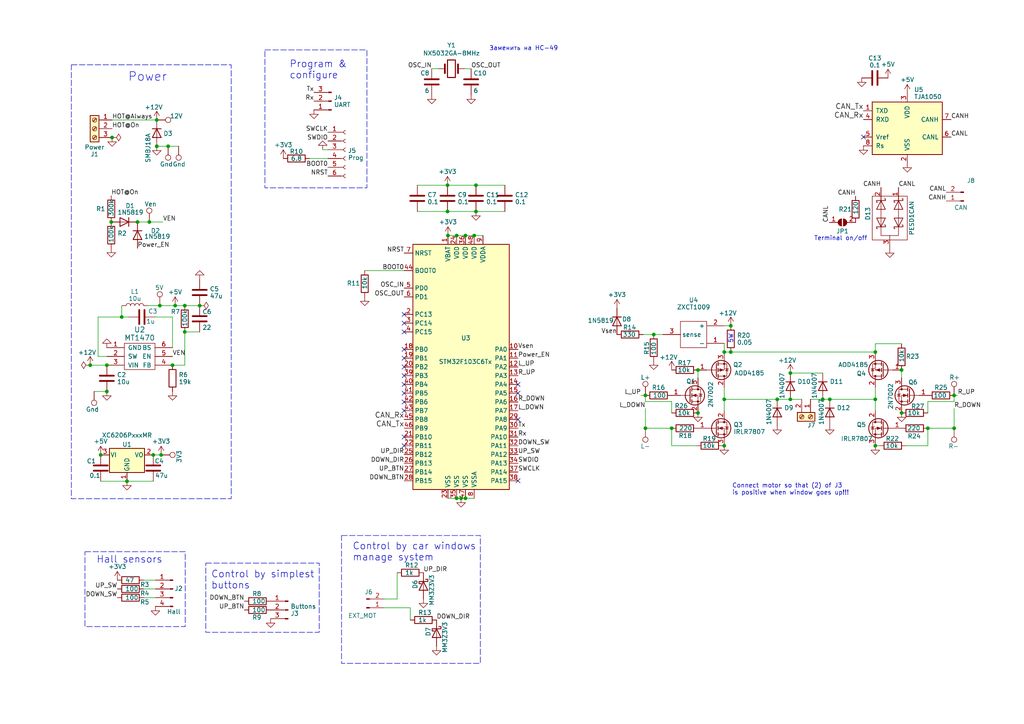
<source format=kicad_sch>
(kicad_sch (version 20240101) (generator "eeschema") (generator_version "8.99")
  (paper "A4")
  (junction (at 46.736 131.953))
  (junction (at 135.001 68.326))
  (junction (at 253.873 102.108))
  (junction (at 53.594 88.646))
  (junction (at 30.988 105.918))
  (junction (at 261.493 119.761))
  (junction (at 229.235 115.824))
  (junction (at 211.963 94.488))
  (junction (at 276.733 114.681))
  (junction (at 50.8071 88.646))
  (junction (at 39.878 64.389))
  (junction (at 43.307 64.389))
  (junction (at 132.461 144.526))
  (junction (at 30.988 113.538))
  (junction (at 46.355 88.646))
  (junction (at 129.794 53.721))
  (junction (at 187.198 114.681))
  (junction (at 238.633 115.824))
  (junction (at 202.438 119.761))
  (junction (at 253.873 115.824))
  (junction (at 135.001 144.526))
  (junction (at 240.665 115.824))
  (junction (at 45.466 34.798))
  (junction (at 50.038 105.918))
  (junction (at 45.466 42.418))
  (junction (at 26.162 105.918))
  (junction (at 202.438 107.315))
  (junction (at 36.83 139.573))
  (junction (at 229.235 108.204))
  (junction (at 129.794 61.341))
  (junction (at 132.461 68.326))
  (junction (at 210.058 115.824))
  (junction (at 32.258 64.389))
  (junction (at 44.45 131.953))
  (junction (at 137.541 68.326))
  (junction (at 35.306 91.948))
  (junction (at 269.113 124.206))
  (junction (at 194.818 124.206))
  (junction (at 276.733 124.206))
  (junction (at 253.873 129.286))
  (junction (at 138.049 53.721))
  (junction (at 29.21 131.953))
  (junction (at 225.425 115.824))
  (junction (at 129.921 68.326))
  (junction (at 261.493 107.315))
  (junction (at 48.768 42.418))
  (junction (at 189.611 97.028))
  (junction (at 187.198 124.206))
  (junction (at 211.963 102.108))
  (junction (at 53.594 96.266))
  (junction (at 210.058 102.108))
  (junction (at 57.912 88.646))
  (junction (at 138.049 61.341))
  (junction (at 210.058 129.286))
  (junction (at 32.512 39.878))
  (junction (at 133.731 144.526))
  (no_connect (at 250.444 39.751))
  (no_connect (at 117.221 103.886))
  (no_connect (at 117.221 96.266))
  (no_connect (at 117.221 108.966))
  (no_connect (at 150.241 114.046))
  (no_connect (at 117.221 119.126))
  (no_connect (at 150.241 121.666))
  (no_connect (at 117.221 111.506))
  (no_connect (at 117.221 126.746))
  (no_connect (at 117.221 93.726))
  (no_connect (at 117.221 101.346))
  (no_connect (at 117.221 129.286))
  (no_connect (at 150.241 139.446))
  (no_connect (at 117.221 106.426))
  (no_connect (at 150.241 111.506))
  (no_connect (at 117.221 91.186))
  (no_connect (at 117.221 116.586))
  (no_connect (at 117.221 114.046))
  (wire (pts (xy 50.038 91.948) (xy 50.038 100.838)))
  (wire (pts (xy 276.733 114.681) (xy 276.733 116.459)))
  (wire (pts (xy 187.198 114.681) (xy 187.198 116.459)))
  (wire (pts (xy 50.038 105.918) (xy 53.594 105.918)))
  (wire (pts (xy 45.466 42.418) (xy 48.768 42.418)))
  (wire (pts (xy 262.763 129.286) (xy 269.113 129.286)))
  (wire (pts (xy 135.001 68.326) (xy 137.541 68.326)))
  (wire (pts (xy 210.058 115.824) (xy 210.058 119.126)))
  (wire (pts (xy 46.736 131.953) (xy 44.45 131.953)))
  (wire (pts (xy 269.113 124.206) (xy 276.733 124.206)))
  (wire (pts (xy 133.731 144.526) (xy 135.001 144.526)))
  (wire (pts (xy 253.873 99.695) (xy 253.873 102.108)))
  (wire (pts (xy 129.921 144.526) (xy 132.461 144.526)))
  (wire (pts (xy 47.244 64.389) (xy 43.307 64.389)))
  (wire (pts (xy 210.058 99.568) (xy 210.058 102.108)))
  (wire (pts (xy 210.058 102.108) (xy 211.963 102.108)))
  (wire (pts (xy 53.594 105.918) (xy 53.594 96.266)))
  (wire (pts (xy 137.541 68.326) (xy 140.081 68.326)))
  (wire (pts (xy 129.921 68.326) (xy 132.461 68.326)))
  (wire (pts (xy 211.963 102.108) (xy 253.873 102.108)))
  (wire (pts (xy 132.461 68.326) (xy 135.001 68.326)))
  (wire (pts (xy 26.162 105.918) (xy 30.988 105.918)))
  (wire (pts (xy 185.928 114.681) (xy 187.198 114.681)))
  (wire (pts (xy 138.049 53.721) (xy 146.431 53.721)))
  (wire (pts (xy 121.031 61.341) (xy 129.794 61.341)))
  (wire (pts (xy 194.818 124.206) (xy 187.198 124.206)))
  (wire (pts (xy 129.794 61.341) (xy 138.049 61.341)))
  (wire (pts (xy 48.768 42.418) (xy 51.816 42.418)))
  (wire (pts (xy 225.425 115.824) (xy 229.235 115.824)))
  (wire (pts (xy 45.085 168.275) (xy 41.656 168.275)))
  (wire (pts (xy 240.665 115.824) (xy 253.873 115.824)))
  (wire (pts (xy 35.306 88.646) (xy 35.306 91.948)))
  (wire (pts (xy 136.652 19.939) (xy 134.747 19.939)))
  (wire (pts (xy 41.656 173.355) (xy 45.085 173.355)))
  (wire (pts (xy 202.057 129.286) (xy 194.818 129.286)))
  (wire (pts (xy 253.873 112.395) (xy 253.873 115.824)))
  (wire (pts (xy 229.235 108.204) (xy 238.633 108.204)))
  (wire (pts (xy 186.563 97.028) (xy 189.611 97.028)))
  (wire (pts (xy 105.791 78.486) (xy 117.221 78.486)))
  (wire (pts (xy 210.058 112.395) (xy 210.058 115.824)))
  (wire (pts (xy 43.307 64.389) (xy 39.878 64.389)))
  (wire (pts (xy 44.958 91.948) (xy 50.038 91.948)))
  (wire (pts (xy 229.235 115.824) (xy 232.537 115.824)))
  (wire (pts (xy 41.656 170.815) (xy 45.085 170.815)))
  (wire (pts (xy 89.789 45.974) (xy 95.123 45.974)))
  (wire (pts (xy 261.493 109.601) (xy 261.493 107.315)))
  (wire (pts (xy 37.338 91.948) (xy 35.306 91.948)))
  (wire (pts (xy 209.677 129.286) (xy 210.058 129.286)))
  (wire (pts (xy 276.733 114.681) (xy 277.749 114.681)))
  (wire (pts (xy 32.512 34.798) (xy 45.466 34.798)))
  (wire (pts (xy 202.438 109.601) (xy 202.438 107.315)))
  (wire (pts (xy 210.058 94.488) (xy 211.963 94.488)))
  (wire (pts (xy 121.031 53.721) (xy 129.794 53.721)))
  (wire (pts (xy 194.818 116.459) (xy 194.818 119.761)))
  (wire (pts (xy 138.049 61.341) (xy 146.431 61.341)))
  (wire (pts (xy 28.448 103.378) (xy 30.988 103.378)))
  (wire (pts (xy 42.926 88.646) (xy 46.355 88.646)))
  (wire (pts (xy 111.379 176.276) (xy 118.999 176.276)))
  (wire (pts (xy 129.794 53.721) (xy 138.049 53.721)))
  (wire (pts (xy 255.143 129.286) (xy 253.873 129.286)))
  (wire (pts (xy 50.8071 88.646) (xy 53.594 88.646)))
  (wire (pts (xy 118.999 176.276) (xy 118.999 179.832)))
  (wire (pts (xy 235.077 115.824) (xy 238.633 115.824)))
  (wire (pts (xy 29.21 139.573) (xy 36.83 139.573)))
  (wire (pts (xy 276.733 116.459) (xy 269.113 116.459)))
  (wire (pts (xy 269.113 129.286) (xy 269.113 124.206)))
  (wire (pts (xy 253.873 102.108) (xy 253.873 102.235)))
  (wire (pts (xy 187.198 118.491) (xy 187.198 124.206)))
  (wire (pts (xy 210.058 102.108) (xy 210.058 102.235)))
  (wire (pts (xy 53.594 96.266) (xy 57.912 96.266)))
  (wire (pts (xy 28.448 91.948) (xy 28.448 103.378)))
  (wire (pts (xy 269.113 116.459) (xy 269.113 119.761)))
  (wire (pts (xy 53.594 88.646) (xy 57.912 88.646)))
  (wire (pts (xy 135.001 144.526) (xy 137.541 144.526)))
  (wire (pts (xy 115.189 166.116) (xy 115.189 173.736)))
  (wire (pts (xy 46.355 88.646) (xy 50.8071 88.646)))
  (wire (pts (xy 261.493 99.695) (xy 253.873 99.695)))
  (wire (pts (xy 194.818 129.286) (xy 194.818 124.206)))
  (wire (pts (xy 93.599 43.434) (xy 95.123 43.434)))
  (wire (pts (xy 253.873 115.824) (xy 253.873 119.126)))
  (wire (pts (xy 238.633 115.824) (xy 240.665 115.824)))
  (wire (pts (xy 210.058 115.824) (xy 225.425 115.824)))
  (wire (pts (xy 36.83 139.573) (xy 44.45 139.573)))
  (wire (pts (xy 132.461 144.526) (xy 133.731 144.526)))
  (wire (pts (xy 35.306 91.948) (xy 28.448 91.948)))
  (wire (pts (xy 125.222 19.939) (xy 127.127 19.939)))
  (wire (pts (xy 187.198 116.459) (xy 194.818 116.459)))
  (wire (pts (xy 27.305 113.538) (xy 30.988 113.538)))
  (wire (pts (xy 115.189 173.736) (xy 111.379 173.736)))
  (wire (pts (xy 276.733 118.491) (xy 276.733 124.206)))
  (wire (pts (xy 189.611 97.028) (xy 192.278 97.028)))
  (rectangle (start 20.701 18.796) (end 67.056 144.653) (stroke (width 0) (type dash)))
  (rectangle (start 76.835 14.478) (end 106.426 54.483) (stroke (width 0) (type dash)))
  (rectangle (start 99.06 155.321) (end 139.319 192.405) (stroke (width 0) (type dash)))
  (rectangle (start 59.69 163.322) (end 92.583 183.388) (stroke (width 0) (type dash)))
  (rectangle (start 24.638 160.02) (end 53.721 181.737) (stroke (width 0) (type dash)))
  (text "Control by car windows\nmanage system" (at 102.235 162.941 0) (effects (font (size 2 2)) (justify left bottom)))
  (text "Hall sensors" (at 27.94 163.576 0) (effects (font (size 2.0066 2.0066)) (justify left bottom)))
  (text "Connect motor so that (2) of J3\nis positive when window goes up!!!" (at 212.344 143.764 0) (effects (font (size 1.27 1.27)) (justify left bottom)))
  (text "Control by simplest\nbuttons" (at 61.214 171.069 0) (effects (font (size 2 2)) (justify left bottom)))
  (text "Terminal on/off" (at 236.093 69.977 0) (effects (font (size 1.27 1.27)) (justify left bottom)))
  (text "Program &\nconfigure" (at 83.947 23.114 0) (effects (font (size 2 2)) (justify left bottom)))
  (text "Power" (at 37.084 23.876 0) (effects (font (size 2.54 2.54)) (justify left bottom)))
  (text "Заменить на HC-49" (at 141.859 14.859 0) (effects (font (size 1.27 1.27)) (justify left bottom)))
  (text "5W" (at 212.725 99.695 90) (effects (font (size 1.27 1.27)) (justify left bottom)))
  (label "OSC_OUT" (at 117.221 86.106 180))
  (label "OSC_IN" (at 125.222 19.939 180))
  (label "HOT@On" (at 32.512 37.338 0))
  (label "DOWN_DIR" (at 126.619 179.832 0))
  (label "DOWN_SW" (at 34.036 173.355 180))
  (label "SWCLK" (at 95.123 38.354 180))
  (label "UP_SW" (at 150.241 131.826 0))
  (label "BOOT0" (at 117.221 78.486 180))
  (label "CAN_Rx" (at 250.444 34.671 180) (effects (font (size 1.524 1.524))))
  (label "SWDIO" (at 95.123 40.894 180))
  (label "UP_DIR" (at 122.809 166.116 0))
  (label "OSC_OUT" (at 136.652 19.939 0))
  (label "Power_EN" (at 150.241 103.886 0))
  (label "NRST" (at 117.221 73.406 180))
  (label "CAN_Tx" (at 250.444 32.131 180) (effects (font (size 1.524 1.524))))
  (label "UP_DIR" (at 117.221 131.826 180))
  (label "Power_EN" (at 39.878 72.009 0))
  (label "HOT@Always" (at 32.512 34.798 0))
  (label "L_DOWN" (at 187.198 118.491 180))
  (label "CAN_Rx" (at 117.221 121.666 180) (effects (font (size 1.524 1.524))))
  (label "L_UP" (at 150.241 106.426 0))
  (label "Vsen" (at 150.241 101.346 0))
  (label "Tx" (at 91.059 26.797 180))
  (label "DOWN_BTN" (at 117.221 139.446 180))
  (label "R_UP" (at 277.749 114.681 0))
  (label "DOWN_DIR" (at 117.221 134.366 180))
  (label "R_DOWN" (at 150.241 116.586 0))
  (label "VEN" (at 50.038 103.378 0))
  (label "DOWN_BTN" (at 70.866 174.371 180))
  (label "UP_SW" (at 34.036 170.815 180))
  (label "NRST" (at 95.123 51.054 180))
  (label "BOOT0" (at 95.123 48.514 180))
  (label "HOT@On" (at 32.258 56.769 0))
  (label "CANH" (at 274.447 58.293 180))
  (label "R_DOWN" (at 276.733 118.491 0))
  (label "DOWN_SW" (at 150.241 129.286 0))
  (label "CAN_Tx" (at 117.221 124.206 180) (effects (font (size 1.524 1.524))))
  (label "CANL" (at 274.447 55.753 180))
  (label "Rx" (at 91.059 29.337 180))
  (label "VEN" (at 47.244 64.389 0))
  (label "UP_BTN" (at 70.866 176.911 180))
  (label "L_UP" (at 185.928 114.681 180))
  (label "CANL" (at 260.604 54.356 0))
  (label "CANH" (at 248.158 56.896 180))
  (label "Rx" (at 150.241 126.746 0))
  (label "SWDIO" (at 150.241 134.366 0))
  (label "R_UP" (at 150.241 108.966 0))
  (label "Vsen" (at 178.943 97.028 180))
  (label "CANL" (at 240.538 64.516 90))
  (label "OSC_IN" (at 117.221 83.566 180))
  (label "CANH" (at 255.524 54.356 180))
  (label "Tx" (at 150.241 124.206 0))
  (label "CANH" (at 275.844 34.671 0))
  (label "L_DOWN" (at 150.241 119.126 0))
  (label "CANL" (at 275.844 39.751 0))
  (label "SWCLK" (at 150.241 136.906 0))
  (label "UP_BTN" (at 117.221 136.906 180))
  (symbol (lib_name "GND_3") (lib_id "power:GND") (at 261.493 119.761 0) (mirror y) (unit 1)
    (property "Reference" "#PWR044" (effects (hide yes)))
    (property "Value" "GND" (effects (hide yes)))
  )
  (symbol (lib_id "power:PWR_FLAG") (at 26.162 105.918 90) (unit 1)
    (property "Reference" "#FLG01" (effects (hide yes)))
    (property "Value" "PWR_FLAG" (effects (hide yes)))
  )
  (symbol (lib_name "GND_3") (lib_id "power:GND") (at 32.512 39.878 0) (unit 1)
    (property "Reference" "#PWR06" (effects (hide yes)))
    (property "Value" "GND" (effects (hide yes)))
  )
  (symbol (lib_name "GND_3") (lib_id "power:GND") (at 45.085 175.895 0) (unit 1)
    (property "Reference" "#PWR09" (effects (hide yes)))
    (property "Value" "GND" (effects (hide yes)))
  )
  (symbol (lib_id "Device:C") (at 57.912 92.456 0) (unit 1)
    (property "Reference" "C6" (at 58.674 90.424 0) (effects (justify left)))
    (property "Value" "22" (at 58.674 94.996 0) (effects (justify left)))
    (property "Footprint" "Capacitor_SMD:C_0805_2012Metric_Pad1.18x1.45mm_HandSolder" (effects (hide yes)))
  )
  (symbol (lib_name "GND_3") (lib_id "power:GND") (at 125.222 27.559 0) (unit 1)
    (property "Reference" "#PWR022" (effects (hide yes)))
    (property "Value" "GND" (effects (hide yes)))
  )
  (symbol (lib_id "Device:R") (at 74.676 174.371 270) (unit 1)
    (property "Reference" "R8" (at 73.152 172.212 90) (effects (justify left)))
    (property "Value" "100" (at 73.152 174.371 90) (effects (justify left)))
    (property "Footprint" "Resistor_SMD:R_0603_1608Metric_Pad0.98x0.95mm_HandSolder" (effects (hide yes)))
  )
  (symbol (lib_id "Device:R") (at 211.963 98.298 0) (unit 1)
    (property "Reference" "R20" (at 213.741 97.274 0) (effects (justify left)))
    (property "Value" "0.05" (at 213.741 99.322 0) (effects (justify left)))
    (property "Footprint" "Resistor_THT:R_Box_L14.0mm_W5.0mm_P9.00mm" (effects (hide yes)))
  )
  (symbol (lib_name "GND_3") (lib_id "power:GND") (at 126.619 187.452 0) (unit 1)
    (property "Reference" "#PWR023" (effects (hide yes)))
    (property "Value" "GND" (effects (hide yes)))
  )
  (symbol (lib_id "Device:R") (at 248.158 60.706 0) (unit 1)
    (property "Reference" "R21" (at 243.205 60.706 0) (effects (justify left)))
    (property "Value" "120" (at 248.158 62.23 90) (effects (justify left)))
    (property "Footprint" "Resistor_SMD:R_1210_3225Metric_Pad1.30x2.65mm_HandSolder" (effects (hide yes)))
  )
  (symbol (lib_id "Connector:TestPoint") (at 51.816 42.418 180) (unit 1)
    (property "Reference" "TP7" (effects (hide yes)))
    (property "Value" "Gnd" (at 53.848 47.625 0) (effects (justify left)))
    (property "Footprint" "TestPoint:TestPoint_Loop_D1.80mm_Drill1.0mm_Beaded" (effects (hide yes)))
  )
  (symbol (lib_name "GND_3") (lib_id "power:GND") (at 202.438 119.761 0) (unit 1)
    (property "Reference" "#PWR032" (effects (hide yes)))
    (property "Value" "GND" (effects (hide yes)))
  )
  (symbol (lib_id "Device:D") (at 36.068 64.389 180) (unit 1)
    (property "Reference" "D1" (at 37.719 59.69 0))
    (property "Value" "1N5819" (at 37.846 61.595 0))
    (property "Footprint" "Diode_SMD:D_SOD-323_HandSoldering" (effects (hide yes)))
    (property "Sim.Device" "D" (effects (hide yes)))
    (property "Sim.Pins" "1=K 2=A" (effects (hide yes)))
  )
  (symbol (lib_name "GND_3") (lib_id "power:GND") (at 189.611 104.648 0) (unit 1)
    (property "Reference" "#PWR030" (effects (hide yes)))
    (property "Value" "GND" (effects (hide yes)))
  )
  (symbol (lib_id "Device:R") (at 32.258 68.199 180) (unit 1)
    (property "Reference" "R2" (at 35.433 67.691 0))
    (property "Value" "100k" (at 32.258 67.945 90))
    (property "Footprint" "Resistor_SMD:R_0603_1608Metric_Pad0.98x0.95mm_HandSolder" (effects (hide yes)))
  )
  (symbol (lib_id "power:+5V") (at 263.144 27.051 0) (unit 1)
    (property "Reference" "#PWR014" (effects (hide yes)))
    (property "Value" "+5V" (at 263.144 23.106 0))
  )
  (symbol (lib_id "Jumper:SolderJumper_2_Open") (at 244.348 64.516 0) (unit 1)
    (property "Reference" "JP1" (at 244.348 67.056 0))
    (property "Value" "Term" (effects (hide yes)))
    (property "Footprint" "Jumper:SolderJumper-2_P1.3mm_Open_TrianglePad1.0x1.5mm" (effects (hide yes)))
  )
  (symbol (lib_id "Connector:Conn_01x03_Pin") (at 96.139 29.337 180) (unit 1)
    (property "Reference" "J4" (at 96.8502 28.313 0) (effects (justify right)))
    (property "Value" "UART" (at 96.8502 30.361 0) (effects (justify right)))
    (property "Footprint" "Connector_PinSocket_2.54mm:PinSocket_1x03_P2.54mm_Vertical" (effects (hide yes)))
  )
  (symbol (lib_id "Device:C") (at 41.148 91.948 90) (unit 1)
    (property "Reference" "C3" (at 44.323 90.297 90))
    (property "Value" "1u" (at 43.688 93.218 90))
    (property "Footprint" "Capacitor_SMD:C_1206_3216Metric_Pad1.33x1.80mm_HandSolder" (effects (hide yes)))
  )
  (symbol (lib_id "Connector:TestPoint") (at 46.736 131.953 270) (unit 1)
    (property "Reference" "TP5" (effects (hide yes)))
    (property "Value" "3V3" (at 51.943 130.556 0) (effects (justify left)))
    (property "Footprint" "TestPoint:TestPoint_Loop_D1.80mm_Drill1.0mm_Beaded" (effects (hide yes)))
  )
  (symbol (lib_id "Connector:Conn_01x04_Pin") (at 50.165 170.815 0) (mirror y) (unit 1)
    (property "Reference" "J2" (at 51.816 170.688 0))
    (property "Value" "Hall" (at 50.419 177.419 0))
    (property "Footprint" "Connector_JST:JST_PH_B4B-PH-K_1x04_P2.00mm_Vertical" (effects (hide yes)))
  )
  (symbol (lib_id "Device:D") (at 225.425 119.634 270) (unit 1)
    (property "Reference" "D9" (at 227.457 118.2925 90) (effects (justify left)))
    (property "Value" "1N4007" (at 223.012 115.697 0) (effects (justify left)))
    (property "Footprint" "Diode_SMD:D_SMA_Handsoldering" (effects (hide yes)))
    (property "Sim.Device" "D" (effects (hide yes)))
    (property "Sim.Pins" "1=K 2=A" (effects (hide yes)))
  )
  (symbol (lib_name "GND_3") (lib_id "power:GND") (at 50.038 113.538 0) (unit 1)
    (property "Reference" "#PWR013" (effects (hide yes)))
    (property "Value" "GND" (effects (hide yes)))
  )
  (symbol (lib_id "Connector:Conn_01x02_Pin") (at 279.527 58.293 180) (unit 1)
    (property "Reference" "J8" (at 281.6098 52.3748 0))
    (property "Value" "CAN" (at 280.67 60.198 0) (effects (justify left)))
    (property "Footprint" "Connector_JST:JST_PH_B2B-PH-K_1x02_P2.00mm_Vertical" (effects (hide yes)))
  )
  (symbol (lib_name "GND_3") (lib_id "power:GND") (at 57.912 81.026 180) (unit 1)
    (property "Reference" "#PWR015" (effects (hide yes)))
    (property "Value" "GND" (effects (hide yes)))
  )
  (symbol (lib_name "GND_3") (lib_id "power:GND") (at 250.444 42.291 0) (unit 1)
    (property "Reference" "#PWR039" (effects (hide yes)))
    (property "Value" "GND" (effects (hide yes)))
  )
  (symbol (lib_id "power:+12V") (at 194.818 107.315 0) (unit 1)
    (property "Reference" "#PWR031" (effects (hide yes)))
    (property "Value" "+12V" (at 193.929 103.632 0))
  )
  (symbol (lib_id "Device:R") (at 205.867 129.286 270) (unit 1)
    (property "Reference" "R19" (at 205.74 127.2286 90))
    (property "Value" "10k" (at 205.613 129.286 90))
    (property "Footprint" "Resistor_SMD:R_0603_1608Metric_Pad0.98x0.95mm_HandSolder" (effects (hide yes)))
  )
  (symbol (lib_id "Device:Q_PMOS_GDS") (at 256.413 107.315 180) (unit 1)
    (property "Reference" "Q4" (at 251.206 108.339 0) (effects (justify left)))
    (property "Value" "AOD4185" (at 251.841 105.791 0) (effects (justify left)))
    (property "Footprint" "Package_TO_SOT_SMD:TO-252-3_TabPin2" (effects (hide yes)))
  )
  (symbol (lib_id "Device:R") (at 32.258 60.579 180) (unit 1)
    (property "Reference" "R1" (at 29.21 60.579 0))
    (property "Value" "300k" (at 32.258 60.325 90))
    (property "Footprint" "Resistor_SMD:R_0603_1608Metric_Pad0.98x0.95mm_HandSolder" (effects (hide yes)))
  )
  (symbol (lib_id "ZXCT1009:ZXCT1009") (at 201.168 97.028 180) (unit 1)
    (property "Reference" "U4" (at 201.168 87.0265 0))
    (property "Value" "ZXCT1009" (at 201.168 89.0745 0))
    (property "Footprint" "Package_TO_SOT_SMD:SOT-23_Handsoldering" (effects (hide yes)))
  )
  (symbol (lib_name "GND_3") (lib_id "power:GND") (at 36.83 139.573 0) (unit 1)
    (property "Reference" "#PWR08" (effects (hide yes)))
    (property "Value" "GND" (effects (hide yes)))
  )
  (symbol (lib_id "Device:R") (at 198.628 119.761 270) (unit 1)
    (property "Reference" "R26" (at 197.612 117.729 90))
    (property "Value" "10k" (at 198.374 119.761 90))
    (property "Footprint" "Resistor_SMD:R_0603_1608Metric_Pad0.98x0.95mm_HandSolder" (effects (hide yes)))
  )
  (symbol (lib_name "GND_3") (lib_id "power:GND") (at 122.809 173.736 0) (unit 1)
    (property "Reference" "#PWR021" (effects (hide yes)))
    (property "Value" "GND" (effects (hide yes)))
  )
  (symbol (lib_id "Device:Crystal") (at 130.937 19.939 0) (unit 1)
    (property "Reference" "Y1" (at 130.937 13.1318 0))
    (property "Value" "NX5032GA-8MHz" (at 130.937 15.4432 0))
    (property "Footprint" "Crystal:Crystal_SMD_5032-2Pin_5.0x3.2mm" (effects (hide yes)))
  )
  (symbol (lib_id "Device:R") (at 191.008 114.681 90) (unit 1)
    (property "Reference" "R16" (at 191.008 112.395 90))
    (property "Value" "100" (at 191.262 114.681 90))
    (property "Footprint" "Resistor_SMD:R_0603_1608Metric_Pad0.98x0.95mm_HandSolder" (effects (hide yes)))
  )
  (symbol (lib_id "power:+3V3") (at 46.736 131.953 0) (unit 1)
    (property "Reference" "#PWR012" (effects (hide yes)))
    (property "Value" "+3V3" (at 46.736 128.008 0))
  )
  (symbol (lib_name "GND_3") (lib_id "power:GND") (at 258.064 72.136 0) (unit 1)
    (property "Reference" "#PWR042" (effects (hide yes)))
    (property "Value" "GND" (effects (hide yes)))
  )
  (symbol (lib_id "power:+5V") (at 257.556 22.606 0) (unit 1)
    (property "Reference" "#PWR041" (effects (hide yes)))
    (property "Value" "+5V" (at 257.556 18.661 0))
  )
  (symbol (lib_id "Device:C") (at 138.049 57.531 0) (unit 1)
    (property "Reference" "C11" (at 140.97 56.507 0) (effects (justify left)))
    (property "Value" "0.1" (at 140.97 58.555 0) (effects (justify left)))
    (property "Footprint" "Capacitor_SMD:C_0603_1608Metric_Pad1.08x0.95mm_HandSolder" (effects (hide yes)))
  )
  (symbol (lib_id "Device:R") (at 265.303 124.206 270) (mirror x) (unit 1)
    (property "Reference" "R24" (at 265.176 126.492 90))
    (property "Value" "220" (at 265.049 124.206 90))
    (property "Footprint" "Resistor_SMD:R_0603_1608Metric_Pad0.98x0.95mm_HandSolder" (effects (hide yes)))
  )
  (symbol (lib_id "Connector:Conn_01x03_Pin") (at 83.566 176.911 0) (mirror y) (unit 1)
    (property "Reference" "J3" (at 84.2772 177.935 0) (effects (justify right)))
    (property "Value" "Buttons" (at 84.2772 175.887 0) (effects (justify right)))
    (property "Footprint" "Connector_JST:JST_PH_B3B-PH-K_1x03_P2.00mm_Vertical" (effects (hide yes)))
  )
  (symbol (lib_id "power:+3V3") (at 129.794 53.721 0) (unit 1)
    (property "Reference" "#PWR024" (effects (hide yes)))
    (property "Value" "+3V3" (at 129.794 49.776 0))
  )
  (symbol (lib_id "power:+12V") (at 229.235 108.204 0) (unit 1)
    (property "Reference" "#PWR036" (effects (hide yes)))
    (property "Value" "+12V" (at 228.346 104.521 0))
  )
  (symbol (lib_id "Device:R") (at 37.846 168.275 270) (unit 1)
    (property "Reference" "R3" (at 40.64 169.545 90) (effects (justify left)))
    (property "Value" "47" (at 36.322 168.275 90) (effects (justify left)))
    (property "Footprint" "Resistor_SMD:R_0603_1608Metric_Pad0.98x0.95mm_HandSolder" (effects (hide yes)))
  )
  (symbol (lib_id "power:+3V3") (at 178.943 89.408 0) (unit 1)
    (property "Reference" "#PWR029" (effects (hide yes)))
    (property "Value" "+3V3" (at 178.943 85.463 0))
  )
  (symbol (lib_id "power:+12V") (at 211.963 94.488 0) (unit 1)
    (property "Reference" "#PWR034" (effects (hide yes)))
    (property "Value" "+12V" (at 211.074 90.805 0))
  )
  (symbol (lib_id "Device:R") (at 85.979 45.974 90) (unit 1)
    (property "Reference" "R10" (at 85.979 43.942 90))
    (property "Value" "6.8" (at 85.979 45.974 90))
    (property "Footprint" "Resistor_SMD:R_0603_1608Metric_Pad0.98x0.95mm_HandSolder" (effects (hide yes)))
  )
  (symbol (lib_name "GND_3") (lib_id "power:GND") (at 91.059 31.877 0) (unit 1)
    (property "Reference" "#PWR018" (effects (hide yes)))
    (property "Value" "GND" (effects (hide yes)))
  )
  (symbol (lib_id "Connector:TestPoint") (at 48.768 42.418 180) (unit 1)
    (property "Reference" "TP6" (effects (hide yes)))
    (property "Value" "Gnd" (at 50.165 47.625 0) (effects (justify left)))
    (property "Footprint" "TestPoint:TestPoint_Loop_D1.80mm_Drill1.0mm_Beaded" (effects (hide yes)))
  )
  (symbol (lib_id "Device:Q_NMOS_GDS") (at 207.518 124.206 0) (unit 1)
    (property "Reference" "Q3" (at 212.725 123.182 0) (effects (justify left)))
    (property "Value" "IRLR7807" (at 212.725 125.23 0) (effects (justify left)))
    (property "Footprint" "Package_TO_SOT_SMD:TO-252-3_TabPin2" (effects (hide yes)))
  )
  (symbol (lib_name "GND_3") (lib_id "power:GND") (at 253.873 129.286 0) (mirror y) (unit 1)
    (property "Reference" "#PWR040" (effects (hide yes)))
    (property "Value" "GND" (effects (hide yes)))
  )
  (symbol (lib_id "power:+3V3") (at 82.169 45.974 0) (unit 1)
    (property "Reference" "#PWR017" (effects (hide yes)))
    (property "Value" "+3V3" (at 82.169 42.029 0))
  )
  (symbol (lib_id "Connector:Conn_01x02_Pin") (at 106.299 176.276 0) (mirror x) (unit 1)
    (property "Reference" "J6" (at 106.934 171.704 0))
    (property "Value" "EXT_MOT" (at 100.965 178.562 0) (effects (justify left)))
    (property "Footprint" "Connector_JST:JST_PH_B2B-PH-K_1x02_P2.00mm_Vertical" (effects (hide yes)))
  )
  (symbol (lib_name "GND_3") (lib_id "power:GND") (at 105.791 86.106 0) (unit 1)
    (property "Reference" "#PWR020" (effects (hide yes)))
    (property "Value" "GND" (effects (hide yes)))
  )
  (symbol (lib_id "Regulator_Linear:XC6206PxxxMR") (at 36.83 131.953 0) (unit 1)
    (property "Reference" "U1" (at 36.83 128.905 0))
    (property "Value" "XC6206PxxxMR" (at 36.83 126.238 0))
    (property "Footprint" "Package_TO_SOT_SMD:SOT-23-3" (effects (hide yes)))
    (property "Datasheet" "https://www.torexsemi.com/file/xc6206/XC6206.pdf" (effects (hide yes)))
  )
  (symbol (lib_id "Device:R") (at 272.923 114.681 270) (mirror x) (unit 1)
    (property "Reference" "R25" (at 272.923 112.395 90))
    (property "Value" "100" (at 272.669 114.681 90))
    (property "Footprint" "Resistor_SMD:R_0603_1608Metric_Pad0.98x0.95mm_HandSolder" (effects (hide yes)))
  )
  (symbol (lib_id "Device:D") (at 240.665 119.634 270) (unit 1)
    (property "Reference" "D12" (at 242.697 118.2925 90) (effects (justify left)))
    (property "Value" "1N4007" (at 238.252 115.697 0) (effects (justify left)))
    (property "Footprint" "Diode_SMD:D_SMA_Handsoldering" (effects (hide yes)))
    (property "Sim.Device" "D" (effects (hide yes)))
    (property "Sim.Pins" "1=K 2=A" (effects (hide yes)))
  )
  (symbol (lib_name "GND_3") (lib_id "power:GND") (at 138.049 61.341 0) (unit 1)
    (property "Reference" "#PWR028" (effects (hide yes)))
    (property "Value" "GND" (effects (hide yes)))
  )
  (symbol (lib_id "power:+3V3") (at 129.921 68.326 0) (unit 1)
    (property "Reference" "#PWR025" (effects (hide yes)))
    (property "Value" "+3V3" (at 129.921 64.381 0))
  )
  (symbol (lib_id "Interface_CAN_LIN:MCP2551-I-SN") (at 263.144 37.211 0) (unit 1)
    (property "Reference" "U5" (at 265.0999 26.011 0) (effects (justify left)))
    (property "Value" "TJA1050" (at 265.0999 28.059 0) (effects (justify left)))
    (property "Footprint" "Package_SO:SOIC-8_3.9x4.9mm_P1.27mm" (effects (hide yes)))
    (property "Datasheet" "http://ww1.microchip.com/downloads/en/devicedoc/21667d.pdf" (effects (hide yes)))
  )
  (symbol (lib_name "GND_3") (lib_id "power:GND") (at 210.058 129.286 0) (unit 1)
    (property "Reference" "#PWR033" (effects (hide yes)))
    (property "Value" "GND" (effects (hide yes)))
  )
  (symbol (lib_id "Connector:Conn_01x06_Socket") (at 100.203 43.434 0) (unit 1)
    (property "Reference" "J5" (at 100.9142 43.68 0) (effects (justify left)))
    (property "Value" "Prog" (at 100.9142 45.728 0) (effects (justify left)))
    (property "Footprint" "Connector_PinSocket_1.27mm:PinSocket_1x06_P1.27mm_Vertical" (effects (hide yes)))
  )
  (symbol (lib_id "Device:Q_PMOS_GDS") (at 207.518 107.315 0) (mirror x) (unit 1)
    (property "Reference" "Q2" (at 212.598 105.791 0) (effects (justify left)))
    (property "Value" "AOD4185" (at 212.979 108.204 0) (effects (justify left)))
    (property "Footprint" "Package_TO_SOT_SMD:TO-252-3_TabPin2" (effects (hide yes)))
  )
  (symbol (lib_id "Device:Q_NMOS_GSD") (at 264.033 114.681 0) (mirror y) (unit 1)
    (property "Reference" "Q6" (at 266.192 110.871 0) (effects (justify left)))
    (property "Value" "2N7002" (at 258.318 118.745 90) (effects (justify left)))
    (property "Footprint" "Package_TO_SOT_SMD:SOT-23_Handsoldering" (effects (hide yes)))
  )
  (symbol (lib_id "Connector:TestPoint") (at 45.466 34.798 270) (unit 1)
    (property "Reference" "TP3" (effects (hide yes)))
    (property "Value" "12V" (at 49.276 33.655 90) (effects (justify left)))
    (property "Footprint" "TestPoint:TestPoint_Loop_D1.80mm_Drill1.0mm_Beaded" (effects (hide yes)))
  )
  (symbol (lib_id "Device:R") (at 122.809 179.832 270) (unit 1)
    (property "Reference" "R13" (at 121.285 177.673 90) (effects (justify left)))
    (property "Value" "1k" (at 121.285 179.832 90) (effects (justify left)))
    (property "Footprint" "Resistor_SMD:R_0603_1608Metric_Pad0.98x0.95mm_HandSolder" (effects (hide yes)))
  )
  (symbol (lib_name "GND_3") (lib_id "power:GND") (at 133.731 144.526 0) (unit 1)
    (property "Reference" "#PWR026" (effects (hide yes)))
    (property "Value" "GND" (effects (hide yes)))
  )
  (symbol (lib_id "Device:R") (at 37.846 170.815 270) (unit 1)
    (property "Reference" "R4" (at 40.64 172.085 90) (effects (justify left)))
    (property "Value" "100" (at 36.322 170.815 90) (effects (justify left)))
    (property "Footprint" "Resistor_SMD:R_0603_1608Metric_Pad0.98x0.95mm_HandSolder" (effects (hide yes)))
  )
  (symbol (lib_id "power:+5V") (at 29.21 131.953 0) (unit 1)
    (property "Reference" "#PWR02" (effects (hide yes)))
    (property "Value" "+5V" (at 29.21 128.008 0))
  )
  (symbol (lib_id "Device:C") (at 253.746 22.606 90) (unit 1)
    (property "Reference" "C13" (at 253.746 16.867 90))
    (property "Value" "0.1" (at 253.746 18.915 90))
    (property "Footprint" "Capacitor_SMD:C_0603_1608Metric_Pad1.08x0.95mm_HandSolder" (effects (hide yes)))
  )
  (symbol (lib_id "Device:R") (at 105.791 82.296 180) (unit 1)
    (property "Reference" "R11" (at 100.584 82.169 0) (effects (justify right)))
    (property "Value" "10k" (at 105.791 83.947 90) (effects (justify right)))
    (property "Footprint" "Resistor_SMD:R_0603_1608Metric_Pad0.98x0.95mm_HandSolder" (effects (hide yes)))
  )
  (symbol (lib_id "Device:D_Schottky") (at 126.619 183.642 270) (unit 1)
    (property "Reference" "D7" (at 124.206 181.864 0) (effects (justify left)))
    (property "Value" "MM3Z3V3" (at 129.032 180.34 0) (effects (justify left)))
    (property "Footprint" "Diode_SMD:D_0805_2012Metric_Pad1.15x1.40mm_HandSolder" (effects (hide yes)))
  )
  (symbol (lib_id "Device:R") (at 265.303 119.761 270) (unit 1)
    (property "Reference" "R27" (at 266.192 117.856 90))
    (property "Value" "10k" (at 265.049 119.761 90))
    (property "Footprint" "Resistor_SMD:R_0603_1608Metric_Pad0.98x0.95mm_HandSolder" (effects (hide yes)))
  )
  (symbol (lib_id "elements:PESD1CAN") (at 260.604 61.976 270) (unit 1)
    (property "Reference" "D13" (at 251.714 61.976 0))
    (property "Value" "PESD1CAN" (at 264.414 63.246 0))
    (property "Footprint" "Package_TO_SOT_SMD:SOT-23" (effects (hide yes)))
  )
  (symbol (lib_id "Device:C") (at 129.794 57.531 0) (unit 1)
    (property "Reference" "C9" (at 132.715 56.507 0) (effects (justify left)))
    (property "Value" "0.1" (at 132.715 58.555 0) (effects (justify left)))
    (property "Footprint" "Capacitor_SMD:C_0603_1608Metric_Pad1.08x0.95mm_HandSolder" (effects (hide yes)))
  )
  (symbol (lib_id "Device:R") (at 198.628 124.206 90) (unit 1)
    (property "Reference" "R18" (at 198.755 126.365 90))
    (property "Value" "220" (at 198.882 124.206 90))
    (property "Footprint" "Resistor_SMD:R_0603_1608Metric_Pad0.98x0.95mm_HandSolder" (effects (hide yes)))
  )
  (symbol (lib_id "Connector:TestPoint") (at 46.355 88.646 0) (unit 1)
    (property "Reference" "TP4" (effects (hide yes)))
    (property "Value" "5V" (at 44.958 83.439 0) (effects (justify left)))
    (property "Footprint" "TestPoint:TestPoint_Loop_D1.80mm_Drill1.0mm_Beaded" (effects (hide yes)))
  )
  (symbol (lib_id "Device:R") (at 182.753 97.028 270) (unit 1)
    (property "Reference" "R14" (at 182.626 94.9706 90))
    (property "Value" "330" (at 182.499 97.028 90))
    (property "Footprint" "Resistor_SMD:R_0603_1608Metric_Pad0.98x0.95mm_HandSolder" (effects (hide yes)))
  )
  (symbol (lib_id "Device:C") (at 44.45 135.763 0) (unit 1)
    (property "Reference" "C4" (at 44.831 133.731 0) (effects (justify left)))
    (property "Value" "47u" (at 44.958 137.922 0) (effects (justify left)))
    (property "Footprint" "Capacitor_SMD:C_1206_3216Metric" (effects (hide yes)))
  )
  (symbol (lib_id "Connector:TestPoint") (at 276.733 114.681 0) (unit 1)
    (property "Reference" "TP10" (effects (hide yes)))
    (property "Value" "R+" (at 275.336 109.474 0) (effects (justify left)))
    (property "Footprint" "TestPoint:TestPoint_Loop_D1.80mm_Drill1.0mm_Beaded" (effects (hide yes)))
  )
  (symbol (lib_id "Connector:TestPoint") (at 187.198 114.681 0) (unit 1)
    (property "Reference" "TP8" (effects (hide yes)))
    (property "Value" "L+" (at 185.801 109.474 0) (effects (justify left)))
    (property "Footprint" "TestPoint:TestPoint_Loop_D1.80mm_Drill1.0mm_Beaded" (effects (hide yes)))
  )
  (symbol (lib_name "GND_3") (lib_id "power:GND") (at 249.936 22.606 0) (unit 1)
    (property "Reference" "#PWR038" (effects (hide yes)))
    (property "Value" "GND" (effects (hide yes)))
  )
  (symbol (lib_id "Device:D") (at 229.235 112.014 270) (unit 1)
    (property "Reference" "D10" (at 231.267 110.6725 90) (effects (justify left)))
    (property "Value" "1N4007" (at 226.822 108.077 0) (effects (justify left)))
    (property "Footprint" "Diode_SMD:D_SMA_Handsoldering" (effects (hide yes)))
    (property "Sim.Device" "D" (effects (hide yes)))
    (property "Sim.Pins" "1=K 2=A" (effects (hide yes)))
  )
  (symbol (lib_id "power:PWR_FLAG") (at 57.912 88.646 270) (unit 1)
    (property "Reference" "#FLG02" (effects (hide yes)))
    (property "Value" "PWR_FLAG" (effects (hide yes)))
  )
  (symbol (lib_id "Device:C") (at 57.912 84.836 180) (unit 1)
    (property "Reference" "C5" (at 60.833 83.812 0) (effects (justify right)))
    (property "Value" "47u" (at 60.833 85.86 0) (effects (justify right)))
    (property "Footprint" "Capacitor_SMD:C_1206_3216Metric_Pad1.33x1.80mm_HandSolder" (effects (hide yes)))
  )
  (symbol (lib_id "Connector:TestPoint") (at 43.307 64.389 0) (unit 1)
    (property "Reference" "TP2" (effects (hide yes)))
    (property "Value" "Ven" (at 41.91 59.182 0) (effects (justify left)))
    (property "Footprint" "TestPoint:TestPoint_Loop_D1.80mm_Drill1.0mm_Beaded" (effects (hide yes)))
  )
  (symbol (lib_id "power:+12V") (at 45.466 34.798 0) (unit 1)
    (property "Reference" "#PWR010" (effects (hide yes)))
    (property "Value" "+12V" (at 44.577 31.115 0))
  )
  (symbol (lib_id "Device:C") (at 146.431 57.531 0) (unit 1)
    (property "Reference" "C12" (at 149.352 56.507 0) (effects (justify left)))
    (property "Value" "0.1" (at 149.352 58.555 0) (effects (justify left)))
    (property "Footprint" "Capacitor_SMD:C_0603_1608Metric_Pad1.08x0.95mm_HandSolder" (effects (hide yes)))
  )
  (symbol (lib_id "Device:R") (at 261.493 103.505 0) (mirror x) (unit 1)
    (property "Reference" "R23" (at 264.668 103.378 0))
    (property "Value" "10k" (at 261.493 103.251 90))
    (property "Footprint" "Resistor_SMD:R_0603_1608Metric_Pad0.98x0.95mm_HandSolder" (effects (hide yes)))
  )
  (symbol (lib_id "Connector:Screw_Terminal_01x02") (at 235.077 120.904 270) (unit 1)
    (property "Reference" "J7" (at 235.331 123.317 90))
    (property "Value" "Motor" (effects (hide yes)))
    (property "Footprint" "TerminalBlock_Phoenix:TerminalBlock_Phoenix_MKDS-1,5-2_1x02_P5.00mm_Horizontal" (effects (hide yes)))
  )
  (symbol (lib_id "Connector:Screw_Terminal_01x03") (at 27.432 37.338 0) (mirror y) (unit 1)
    (property "Reference" "J1" (at 27.432 44.728 0))
    (property "Value" "Power" (at 27.432 42.68 0))
    (property "Footprint" "TerminalBlock_Phoenix:TerminalBlock_Phoenix_MKDS-1,5-3-5.08_1x03_P5.08mm_Horizontal" (effects (hide yes)))
  )
  (symbol (lib_id "Device:L") (at 39.116 88.646 90) (unit 1)
    (property "Reference" "L1" (at 39.116 84.5607 90))
    (property "Value" "10u" (at 39.116 86.6087 90))
    (property "Footprint" "kicad:cd43" (effects (hide yes)))
  )
  (symbol (lib_name "GND_3") (lib_id "power:GND") (at 30.988 113.538 0) (unit 1)
    (property "Reference" "#PWR04" (effects (hide yes)))
    (property "Value" "GND" (effects (hide yes)))
  )
  (symbol (lib_id "Connector:TestPoint") (at 187.198 124.206 180) (unit 1)
    (property "Reference" "TP9" (effects (hide yes)))
    (property "Value" "L-" (at 188.595 129.413 0) (effects (justify left)))
    (property "Footprint" "TestPoint:TestPoint_Loop_D1.80mm_Drill1.0mm_Beaded" (effects (hide yes)))
  )
  (symbol (lib_id "Device:R") (at 189.611 100.838 0) (unit 1)
    (property "Reference" "R15" (at 187.5536 100.965 90))
    (property "Value" "100" (at 189.611 101.092 90))
    (property "Footprint" "Resistor_SMD:R_0603_1608Metric_Pad0.98x0.95mm_HandSolder" (effects (hide yes)))
  )
  (symbol (lib_id "Device:R") (at 198.628 107.315 270) (unit 1)
    (property "Reference" "R17" (at 198.501 105.2576 90))
    (property "Value" "10k" (at 198.374 107.315 90))
    (property "Footprint" "Resistor_SMD:R_0603_1608Metric_Pad0.98x0.95mm_HandSolder" (effects (hide yes)))
  )
  (symbol (lib_name "GND_3") (lib_id "power:GND") (at 225.425 123.444 0) (unit 1)
    (property "Reference" "#PWR035" (effects (hide yes)))
    (property "Value" "GND" (effects (hide yes)))
  )
  (symbol (lib_id "Device:D") (at 39.878 68.199 270) (unit 1)
    (property "Reference" "D2" (at 45.085 66.929 90))
    (property "Value" "1N5819" (at 45.593 68.58 90))
    (property "Footprint" "Diode_SMD:D_SOD-323_HandSoldering" (effects (hide yes)))
    (property "Sim.Device" "D" (effects (hide yes)))
    (property "Sim.Pins" "1=K 2=A" (effects (hide yes)))
  )
  (symbol (lib_id "Device:R") (at 74.676 176.911 270) (unit 1)
    (property "Reference" "R9" (at 73.152 179.07 90) (effects (justify left)))
    (property "Value" "100" (at 73.152 176.911 90) (effects (justify left)))
    (property "Footprint" "Resistor_SMD:R_0603_1608Metric_Pad0.98x0.95mm_HandSolder" (effects (hide yes)))
  )
  (symbol (lib_id "Connector:TestPoint") (at 276.733 124.206 180) (unit 1)
    (property "Reference" "TP11" (effects (hide yes)))
    (property "Value" "R-" (at 278.13 129.413 0) (effects (justify left)))
    (property "Footprint" "TestPoint:TestPoint_Loop_D1.80mm_Drill1.0mm_Beaded" (effects (hide yes)))
  )
  (symbol (lib_id "Device:C") (at 136.652 23.749 0) (unit 1)
    (property "Reference" "C10" (at 137.287 21.209 0) (effects (justify left)))
    (property "Value" "6" (at 137.287 26.289 0) (effects (justify left)))
    (property "Footprint" "Capacitor_SMD:C_0603_1608Metric_Pad1.08x0.95mm_HandSolder" (effects (hide yes)))
  )
  (symbol (lib_name "D_1") (lib_id "Device:D") (at 45.466 38.608 270) (unit 1)
    (property "Reference" "D3" (at 47.371 38.735 90) (effects (justify left)))
    (property "Value" "SMBJ18A" (at 42.926 38.608 0) (effects (justify left)))
    (property "Footprint" "Diode_SMD:D_SMB_Handsoldering" (effects (hide yes)))
    (property "Sim.Device" "D" (effects (hide yes)))
    (property "Sim.Pins" "1=K 2=A" (effects (hide yes)))
  )
  (symbol (lib_name "GND_3") (lib_id "power:GND") (at 78.486 179.451 0) (unit 1)
    (property "Reference" "#PWR016" (effects (hide yes)))
    (property "Value" "GND" (effects (hide yes)))
  )
  (symbol (lib_name "GND_3") (lib_id "power:GND") (at 45.466 42.418 0) (unit 1)
    (property "Reference" "#PWR011" (effects (hide yes)))
    (property "Value" "GND" (effects (hide yes)))
  )
  (symbol (lib_id "Device:R") (at 118.999 166.116 270) (unit 1)
    (property "Reference" "R12" (at 117.475 163.957 90) (effects (justify left)))
    (property "Value" "1k" (at 117.475 166.116 90) (effects (justify left)))
    (property "Footprint" "Resistor_SMD:R_0603_1608Metric_Pad0.98x0.95mm_HandSolder" (effects (hide yes)))
  )
  (symbol (lib_id "Device:C") (at 29.21 135.763 0) (unit 1)
    (property "Reference" "C1" (at 25.146 133.731 0) (effects (justify left)))
    (property "Value" "0.1" (at 25.908 137.922 0) (effects (justify left)))
    (property "Footprint" "Capacitor_SMD:C_0603_1608Metric_Pad1.08x0.95mm_HandSolder" (effects (hide yes)))
  )
  (symbol (lib_id "Device:D") (at 178.943 93.218 270) (unit 1)
    (property "Reference" "D8" (at 181.737 92.583 90))
    (property "Value" "1N5819" (at 174.244 92.964 90))
    (property "Footprint" "Diode_SMD:D_SOD-323_HandSoldering" (effects (hide yes)))
    (property "Sim.Device" "D" (effects (hide yes)))
    (property "Sim.Pins" "1=K 2=A" (effects (hide yes)))
  )
  (symbol (lib_id "Device:D") (at 238.633 112.014 270) (unit 1)
    (property "Reference" "D11" (at 240.665 110.6725 90) (effects (justify left)))
    (property "Value" "1N4007" (at 236.22 108.077 0) (effects (justify left)))
    (property "Footprint" "Diode_SMD:D_SMA_Handsoldering" (effects (hide yes)))
    (property "Sim.Device" "D" (effects (hide yes)))
    (property "Sim.Pins" "1=K 2=A" (effects (hide yes)))
  )
  (symbol (lib_id "Connector:TestPoint") (at 27.305 113.538 180) (unit 1)
    (property "Reference" "TP1" (effects (hide yes)))
    (property "Value" "Gnd" (at 28.702 118.745 0) (effects (justify left)))
    (property "Footprint" "TestPoint:TestPoint_Loop_D1.80mm_Drill1.0mm_Beaded" (effects (hide yes)))
  )
  (symbol (lib_id "Device:R") (at 37.846 173.355 270) (unit 1)
    (property "Reference" "R5" (at 40.64 174.625 90) (effects (justify left)))
    (property "Value" "100" (at 36.322 173.355 90) (effects (justify left)))
    (property "Footprint" "Resistor_SMD:R_0603_1608Metric_Pad0.98x0.95mm_HandSolder" (effects (hide yes)))
  )
  (symbol (lib_id "power:+12V") (at 26.162 105.918 0) (unit 1)
    (property "Reference" "#PWR01" (effects (hide yes)))
    (property "Value" "+12V" (at 25.273 102.235 0))
  )
  (symbol (lib_name "GND_3") (lib_id "power:GND") (at 263.144 47.371 0) (unit 1)
    (property "Reference" "#PWR046" (effects (hide yes)))
    (property "Value" "GND" (effects (hide yes)))
  )
  (symbol (lib_id "Device:C") (at 125.222 23.749 0) (mirror y) (unit 1)
    (property "Reference" "C8" (at 124.587 21.209 0) (effects (justify left)))
    (property "Value" "6" (at 124.587 26.289 0) (effects (justify left)))
    (property "Footprint" "Capacitor_SMD:C_0603_1608Metric_Pad1.08x0.95mm_HandSolder" (effects (hide yes)))
  )
  (symbol (lib_id "mp1584:MT1470") (at 41.148 103.378 0) (unit 1)
    (property "Reference" "U2" (at 40.513 95.6152 0) (effects (font (size 1.524 1.524))))
    (property "Value" "MT1470" (at 40.513 97.9964 0) (effects (font (size 1.524 1.524))))
    (property "Footprint" "Package_TO_SOT_SMD:SOT-23-6_Handsoldering" (effects (hide yes)))
  )
  (symbol (lib_id "Device:Q_NMOS_GSD") (at 199.898 114.681 0) (unit 1)
    (property "Reference" "Q1" (at 199.009 110.617 0) (effects (justify left)))
    (property "Value" "2N7002" (at 206.121 118.237 90) (effects (justify left)))
    (property "Footprint" "Package_TO_SOT_SMD:SOT-23_Handsoldering" (effects (hide yes)))
  )
  (symbol (lib_id "Device:C") (at 30.988 109.728 180) (unit 1)
    (property "Reference" "C2" (at 33.909 108.704 0) (effects (justify right)))
    (property "Value" "10u" (at 33.909 110.752 0) (effects (justify right)))
    (property "Footprint" "Capacitor_SMD:C_1206_3216Metric_Pad1.33x1.80mm_HandSolder" (effects (hide yes)))
  )
  (symbol (lib_id "power:PWR_FLAG") (at 32.512 39.878 270) (unit 1)
    (property "Reference" "#FLG03" (effects (hide yes)))
    (property "Value" "PWR_FLAG" (effects (hide yes)))
  )
  (symbol (lib_id "Device:R") (at 50.038 109.728 0) (unit 1)
    (property "Reference" "R6" (at 51.816 108.704 0) (effects (justify left)))
    (property "Value" "19k" (at 51.816 110.752 0) (effects (justify left)))
    (property "Footprint" "Resistor_SMD:R_0603_1608Metric_Pad0.98x0.95mm_HandSolder" (effects (hide yes)))
  )
  (symbol (lib_id "Device:C") (at 121.031 57.531 0) (unit 1)
    (property "Reference" "C7" (at 123.952 56.507 0) (effects (justify left)))
    (property "Value" "0.1" (at 123.952 58.555 0) (effects (justify left)))
    (property "Footprint" "Capacitor_SMD:C_0603_1608Metric_Pad1.08x0.95mm_HandSolder" (effects (hide yes)))
  )
  (symbol (lib_id "Device:D_Schottky") (at 122.809 169.926 270) (unit 1)
    (property "Reference" "D6" (at 120.396 168.148 0) (effects (justify left)))
    (property "Value" "MM3Z3V3" (at 125.222 166.624 0) (effects (justify left)))
    (property "Footprint" "Diode_SMD:D_0805_2012Metric_Pad1.15x1.40mm_HandSolder" (effects (hide yes)))
  )
  (symbol (lib_name "GND_3") (lib_id "power:GND") (at 240.665 123.444 0) (unit 1)
    (property "Reference" "#PWR037" (effects (hide yes)))
    (property "Value" "GND" (effects (hide yes)))
  )
  (symbol (lib_id "power:+5V") (at 50.8071 88.646 0) (unit 1)
    (property "Reference" "#PWR047" (effects (hide yes)))
    (property "Value" "+5V" (at 50.8071 84.701 0))
  )
  (symbol (lib_id "MCU_ST_STM32F1:STM32F103C6Tx") (at 135.001 106.426 0) (unit 1)
    (property "Reference" "U3" (at 133.731 98.044 0) (effects (justify left)))
    (property "Value" "STM32F103C6Tx" (at 127.254 104.902 0) (effects (justify left)))
    (property "Footprint" "Package_QFP:LQFP-48_7x7mm_P0.5mm" (effects (hide yes)))
    (property "Datasheet" "http://www.st.com/st-web-ui/static/active/en/resource/technical/document/datasheet/CD00210843.pdf" (effects (hide yes)))
  )
  (symbol (lib_id "power:+3V3") (at 34.036 168.275 0) (unit 1)
    (property "Reference" "#PWR07" (effects (hide yes)))
    (property "Value" "+3V3" (at 34.036 164.33 0))
  )
  (symbol (lib_name "GND_3") (lib_id "power:GND") (at 93.599 43.434 180) (unit 1)
    (property "Reference" "#PWR019" (effects (hide yes)))
    (property "Value" "GND" (effects (hide yes)))
  )
  (symbol (lib_id "Device:R") (at 258.953 129.286 270) (unit 1)
    (property "Reference" "R22" (at 258.826 127.2286 90))
    (property "Value" "10k" (at 258.699 129.286 90))
    (property "Footprint" "Resistor_SMD:R_0603_1608Metric_Pad0.98x0.95mm_HandSolder" (effects (hide yes)))
  )
  (symbol (lib_name "GND_3") (lib_id "power:GND") (at 32.258 72.009 0) (unit 1)
    (property "Reference" "#PWR05" (effects (hide yes)))
    (property "Value" "GND" (effects (hide yes)))
  )
  (symbol (lib_id "Device:R") (at 53.594 92.456 0) (unit 1)
    (property "Reference" "R7" (at 49.53 90.424 0) (effects (justify left)))
    (property "Value" "100k" (at 53.594 94.742 90) (effects (justify left)))
    (property "Footprint" "Resistor_SMD:R_0603_1608Metric_Pad0.98x0.95mm_HandSolder" (effects (hide yes)))
  )
  (symbol (lib_id "Device:Q_NMOS_GDS") (at 256.413 124.206 0) (mirror y) (unit 1)
    (property "Reference" "Q5" (at 251.206 123.182 0) (effects (justify left)))
    (property "Value" "IRLR7807" (at 253.111 127.254 0) (effects (justify left)))
    (property "Footprint" "Package_TO_SOT_SMD:TO-252-3_TabPin2" (effects (hide yes)))
  )
  (symbol (lib_name "GND_3") (lib_id "power:GND") (at 30.988 100.838 180) (unit 1)
    (property "Reference" "#PWR03" (effects (hide yes)))
    (property "Value" "GND" (effects (hide yes)))
  )
  (symbol (lib_name "GND_3") (lib_id "power:GND") (at 136.652 27.559 0) (unit 1)
    (property "Reference" "#PWR027" (effects (hide yes)))
    (property "Value" "GND" (effects (hide yes)))
  )
)
</source>
